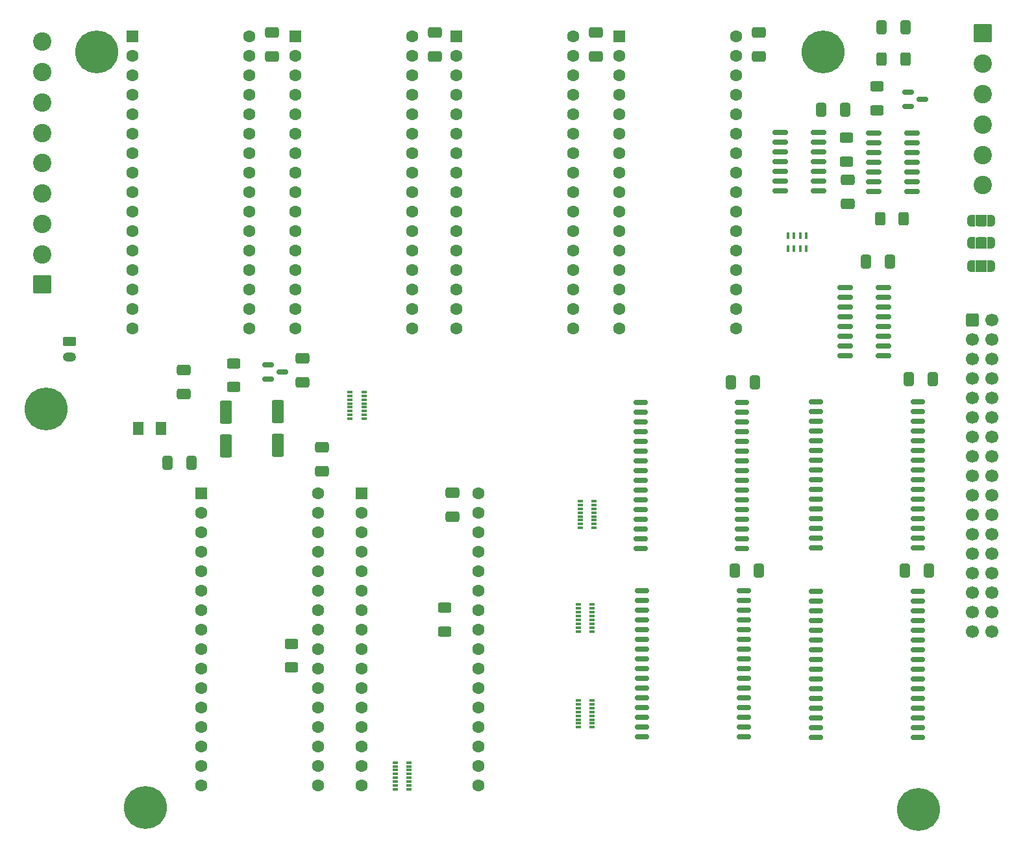
<source format=gbr>
%TF.GenerationSoftware,KiCad,Pcbnew,9.0.2*%
%TF.CreationDate,2026-02-08T20:36:04+01:00*%
%TF.ProjectId,turbokit_replica,74757262-6f6b-4697-945f-7265706c6963,0.1*%
%TF.SameCoordinates,Original*%
%TF.FileFunction,Soldermask,Top*%
%TF.FilePolarity,Negative*%
%FSLAX46Y46*%
G04 Gerber Fmt 4.6, Leading zero omitted, Abs format (unit mm)*
G04 Created by KiCad (PCBNEW 9.0.2) date 2026-02-08 20:36:04*
%MOMM*%
%LPD*%
G01*
G04 APERTURE LIST*
G04 Aperture macros list*
%AMRoundRect*
0 Rectangle with rounded corners*
0 $1 Rounding radius*
0 $2 $3 $4 $5 $6 $7 $8 $9 X,Y pos of 4 corners*
0 Add a 4 corners polygon primitive as box body*
4,1,4,$2,$3,$4,$5,$6,$7,$8,$9,$2,$3,0*
0 Add four circle primitives for the rounded corners*
1,1,$1+$1,$2,$3*
1,1,$1+$1,$4,$5*
1,1,$1+$1,$6,$7*
1,1,$1+$1,$8,$9*
0 Add four rect primitives between the rounded corners*
20,1,$1+$1,$2,$3,$4,$5,0*
20,1,$1+$1,$4,$5,$6,$7,0*
20,1,$1+$1,$6,$7,$8,$9,0*
20,1,$1+$1,$8,$9,$2,$3,0*%
%AMFreePoly0*
4,1,23,0.550000,-0.750000,0.000000,-0.750000,0.000000,-0.745722,-0.065263,-0.745722,-0.191342,-0.711940,-0.304381,-0.646677,-0.396677,-0.554381,-0.461940,-0.441342,-0.495722,-0.315263,-0.495722,-0.250000,-0.500000,-0.250000,-0.500000,0.250000,-0.495722,0.250000,-0.495722,0.315263,-0.461940,0.441342,-0.396677,0.554381,-0.304381,0.646677,-0.191342,0.711940,-0.065263,0.745722,0.000000,0.745722,
0.000000,0.750000,0.550000,0.750000,0.550000,-0.750000,0.550000,-0.750000,$1*%
%AMFreePoly1*
4,1,23,0.000000,0.745722,0.065263,0.745722,0.191342,0.711940,0.304381,0.646677,0.396677,0.554381,0.461940,0.441342,0.495722,0.315263,0.495722,0.250000,0.500000,0.250000,0.500000,-0.250000,0.495722,-0.250000,0.495722,-0.315263,0.461940,-0.441342,0.396677,-0.554381,0.304381,-0.646677,0.191342,-0.711940,0.065263,-0.745722,0.000000,-0.745722,0.000000,-0.750000,-0.550000,-0.750000,
-0.550000,0.750000,0.000000,0.750000,0.000000,0.745722,0.000000,0.745722,$1*%
G04 Aperture macros list end*
%ADD10RoundRect,0.250000X-0.550000X-0.550000X0.550000X-0.550000X0.550000X0.550000X-0.550000X0.550000X0*%
%ADD11C,1.600000*%
%ADD12RoundRect,0.150000X-0.775000X-0.150000X0.775000X-0.150000X0.775000X0.150000X-0.775000X0.150000X0*%
%ADD13RoundRect,0.250000X-0.550000X1.250000X-0.550000X-1.250000X0.550000X-1.250000X0.550000X1.250000X0*%
%ADD14RoundRect,0.150000X-0.587500X-0.150000X0.587500X-0.150000X0.587500X0.150000X-0.587500X0.150000X0*%
%ADD15RoundRect,0.250000X0.412500X0.650000X-0.412500X0.650000X-0.412500X-0.650000X0.412500X-0.650000X0*%
%ADD16RoundRect,0.250001X-0.949999X0.949999X-0.949999X-0.949999X0.949999X-0.949999X0.949999X0.949999X0*%
%ADD17C,2.400000*%
%ADD18R,0.800000X0.300000*%
%ADD19RoundRect,0.250001X0.949999X-0.949999X0.949999X0.949999X-0.949999X0.949999X-0.949999X-0.949999X0*%
%ADD20RoundRect,0.250000X-0.625000X0.400000X-0.625000X-0.400000X0.625000X-0.400000X0.625000X0.400000X0*%
%ADD21RoundRect,0.250000X0.625000X-0.400000X0.625000X0.400000X-0.625000X0.400000X-0.625000X-0.400000X0*%
%ADD22RoundRect,0.250000X-0.412500X-0.650000X0.412500X-0.650000X0.412500X0.650000X-0.412500X0.650000X0*%
%ADD23RoundRect,0.250000X-0.650000X0.412500X-0.650000X-0.412500X0.650000X-0.412500X0.650000X0.412500X0*%
%ADD24C,5.600000*%
%ADD25RoundRect,0.150000X-0.825000X-0.150000X0.825000X-0.150000X0.825000X0.150000X-0.825000X0.150000X0*%
%ADD26RoundRect,0.250000X0.650000X-0.412500X0.650000X0.412500X-0.650000X0.412500X-0.650000X-0.412500X0*%
%ADD27RoundRect,0.250001X-0.462499X-0.624999X0.462499X-0.624999X0.462499X0.624999X-0.462499X0.624999X0*%
%ADD28RoundRect,0.250000X-0.400000X-0.625000X0.400000X-0.625000X0.400000X0.625000X-0.400000X0.625000X0*%
%ADD29FreePoly0,0.000000*%
%ADD30R,1.000000X1.500000*%
%ADD31FreePoly1,0.000000*%
%ADD32RoundRect,0.250000X-0.625000X0.350000X-0.625000X-0.350000X0.625000X-0.350000X0.625000X0.350000X0*%
%ADD33O,1.750000X1.200000*%
%ADD34R,0.400000X0.900000*%
%ADD35RoundRect,0.250000X-0.600000X-0.600000X0.600000X-0.600000X0.600000X0.600000X-0.600000X0.600000X0*%
%ADD36C,1.700000*%
G04 APERTURE END LIST*
%TO.C,JP4*%
G36*
X197250000Y-73600000D02*
G01*
X198750000Y-73600000D01*
X198750000Y-75100000D01*
X197250000Y-75100000D01*
X197250000Y-73600000D01*
G37*
%TO.C,JP5*%
G36*
X197250000Y-70600000D02*
G01*
X198750000Y-70600000D01*
X198750000Y-72100000D01*
X197250000Y-72100000D01*
X197250000Y-70600000D01*
G37*
%TO.C,JP6*%
G36*
X197250000Y-67650000D02*
G01*
X198750000Y-67650000D01*
X198750000Y-69150000D01*
X197250000Y-69150000D01*
X197250000Y-67650000D01*
G37*
%TD*%
D10*
%TO.C,U5*%
X150760000Y-44420000D03*
D11*
X150760000Y-46960000D03*
X150760000Y-49500000D03*
X150760000Y-52040000D03*
X150760000Y-54580000D03*
X150760000Y-57120000D03*
X150760000Y-59660000D03*
X150760000Y-62200000D03*
X150760000Y-64740000D03*
X150760000Y-67280000D03*
X150760000Y-69820000D03*
X150760000Y-72360000D03*
X150760000Y-74900000D03*
X150760000Y-77440000D03*
X150760000Y-79980000D03*
X150760000Y-82520000D03*
X166000000Y-82520000D03*
X166000000Y-79980000D03*
X166000000Y-77440000D03*
X166000000Y-74900000D03*
X166000000Y-72360000D03*
X166000000Y-69820000D03*
X166000000Y-67280000D03*
X166000000Y-64740000D03*
X166000000Y-62200000D03*
X166000000Y-59660000D03*
X166000000Y-57120000D03*
X166000000Y-54580000D03*
X166000000Y-52040000D03*
X166000000Y-49500000D03*
X166000000Y-46960000D03*
X166000000Y-44420000D03*
%TD*%
D12*
%TO.C,U8*%
X153800000Y-116720000D03*
X153800000Y-117990000D03*
X153800000Y-119260000D03*
X153800000Y-120530000D03*
X153800000Y-121800000D03*
X153800000Y-123070000D03*
X153800000Y-124340000D03*
X153800000Y-125610000D03*
X153800000Y-126880000D03*
X153800000Y-128150000D03*
X153800000Y-129420000D03*
X153800000Y-130690000D03*
X153800000Y-131960000D03*
X153800000Y-133230000D03*
X153800000Y-134500000D03*
X153800000Y-135770000D03*
X167050000Y-135770000D03*
X167050000Y-134500000D03*
X167050000Y-133230000D03*
X167050000Y-131960000D03*
X167050000Y-130690000D03*
X167050000Y-129420000D03*
X167050000Y-128150000D03*
X167050000Y-126880000D03*
X167050000Y-125610000D03*
X167050000Y-124340000D03*
X167050000Y-123070000D03*
X167050000Y-121800000D03*
X167050000Y-120530000D03*
X167050000Y-119260000D03*
X167050000Y-117990000D03*
X167050000Y-116720000D03*
%TD*%
D13*
%TO.C,C19*%
X99500000Y-93420000D03*
X99500000Y-97820000D03*
%TD*%
D14*
%TO.C,Q2*%
X105000000Y-87220000D03*
X105000000Y-89120000D03*
X106875000Y-88170000D03*
%TD*%
D10*
%TO.C,J1*%
X96260000Y-103985000D03*
D11*
X96260000Y-106525000D03*
X96260000Y-109065000D03*
X96260000Y-111605000D03*
X96260000Y-114145000D03*
X96260000Y-116685000D03*
X96260000Y-119225000D03*
X96260000Y-121765000D03*
X96260000Y-124305000D03*
X96260000Y-126845000D03*
X96260000Y-129385000D03*
X96260000Y-131925000D03*
X96260000Y-134465000D03*
X96260000Y-137005000D03*
X96260000Y-139545000D03*
X96260000Y-142085000D03*
X111500000Y-142085000D03*
X111500000Y-139545000D03*
X111500000Y-137005000D03*
X111500000Y-134465000D03*
X111500000Y-131925000D03*
X111500000Y-129385000D03*
X111500000Y-126845000D03*
X111500000Y-124305000D03*
X111500000Y-121765000D03*
X111500000Y-119225000D03*
X111500000Y-116685000D03*
X111500000Y-114145000D03*
X111500000Y-111605000D03*
X111500000Y-109065000D03*
X111500000Y-106525000D03*
X111500000Y-103985000D03*
%TD*%
D15*
%TO.C,C8*%
X188125000Y-43200000D03*
X185000000Y-43200000D03*
%TD*%
D12*
%TO.C,U7*%
X176462500Y-116750000D03*
X176462500Y-118020000D03*
X176462500Y-119290000D03*
X176462500Y-120560000D03*
X176462500Y-121830000D03*
X176462500Y-123100000D03*
X176462500Y-124370000D03*
X176462500Y-125640000D03*
X176462500Y-126910000D03*
X176462500Y-128180000D03*
X176462500Y-129450000D03*
X176462500Y-130720000D03*
X176462500Y-131990000D03*
X176462500Y-133260000D03*
X176462500Y-134530000D03*
X176462500Y-135800000D03*
X189712500Y-135800000D03*
X189712500Y-134530000D03*
X189712500Y-133260000D03*
X189712500Y-131990000D03*
X189712500Y-130720000D03*
X189712500Y-129450000D03*
X189712500Y-128180000D03*
X189712500Y-126910000D03*
X189712500Y-125640000D03*
X189712500Y-124370000D03*
X189712500Y-123100000D03*
X189712500Y-121830000D03*
X189712500Y-120560000D03*
X189712500Y-119290000D03*
X189712500Y-118020000D03*
X189712500Y-116750000D03*
%TD*%
D10*
%TO.C,U3*%
X108520000Y-44420000D03*
D11*
X108520000Y-46960000D03*
X108520000Y-49500000D03*
X108520000Y-52040000D03*
X108520000Y-54580000D03*
X108520000Y-57120000D03*
X108520000Y-59660000D03*
X108520000Y-62200000D03*
X108520000Y-64740000D03*
X108520000Y-67280000D03*
X108520000Y-69820000D03*
X108520000Y-72360000D03*
X108520000Y-74900000D03*
X108520000Y-77440000D03*
X108520000Y-79980000D03*
X108520000Y-82520000D03*
X123760000Y-82520000D03*
X123760000Y-79980000D03*
X123760000Y-77440000D03*
X123760000Y-74900000D03*
X123760000Y-72360000D03*
X123760000Y-69820000D03*
X123760000Y-67280000D03*
X123760000Y-64740000D03*
X123760000Y-62200000D03*
X123760000Y-59660000D03*
X123760000Y-57120000D03*
X123760000Y-54580000D03*
X123760000Y-52040000D03*
X123760000Y-49500000D03*
X123760000Y-46960000D03*
X123760000Y-44420000D03*
%TD*%
D16*
%TO.C,J4*%
X198200000Y-44000000D03*
D17*
X198200000Y-47960000D03*
X198200000Y-51920000D03*
X198200000Y-55880000D03*
X198200000Y-59840000D03*
X198200000Y-63800000D03*
%TD*%
D15*
%TO.C,C12*%
X168462500Y-89550000D03*
X165337500Y-89550000D03*
%TD*%
D18*
%TO.C,RN4*%
X145450000Y-118500000D03*
X145450000Y-119000000D03*
X145450000Y-119500000D03*
X145450000Y-120000000D03*
X145450000Y-120500000D03*
X145450000Y-121000000D03*
X145450000Y-121500000D03*
X145450000Y-122000000D03*
X147250000Y-122000000D03*
X147250000Y-121500000D03*
X147250000Y-121000000D03*
X147250000Y-120500000D03*
X147250000Y-120000000D03*
X147250000Y-119500000D03*
X147250000Y-119000000D03*
X147250000Y-118500000D03*
%TD*%
D19*
%TO.C,J3*%
X75500000Y-76770000D03*
D17*
X75500000Y-72810000D03*
X75500000Y-68850000D03*
X75500000Y-64890000D03*
X75500000Y-60930000D03*
X75500000Y-56970000D03*
X75500000Y-53010000D03*
X75500000Y-49050000D03*
X75500000Y-45090000D03*
%TD*%
D20*
%TO.C,R6*%
X180400000Y-57600000D03*
X180400000Y-60700000D03*
%TD*%
D10*
%TO.C,U4*%
X129520000Y-44420000D03*
D11*
X129520000Y-46960000D03*
X129520000Y-49500000D03*
X129520000Y-52040000D03*
X129520000Y-54580000D03*
X129520000Y-57120000D03*
X129520000Y-59660000D03*
X129520000Y-62200000D03*
X129520000Y-64740000D03*
X129520000Y-67280000D03*
X129520000Y-69820000D03*
X129520000Y-72360000D03*
X129520000Y-74900000D03*
X129520000Y-77440000D03*
X129520000Y-79980000D03*
X129520000Y-82520000D03*
X144760000Y-82520000D03*
X144760000Y-79980000D03*
X144760000Y-77440000D03*
X144760000Y-74900000D03*
X144760000Y-72360000D03*
X144760000Y-69820000D03*
X144760000Y-67280000D03*
X144760000Y-64740000D03*
X144760000Y-62200000D03*
X144760000Y-59660000D03*
X144760000Y-57120000D03*
X144760000Y-54580000D03*
X144760000Y-52040000D03*
X144760000Y-49500000D03*
X144760000Y-46960000D03*
X144760000Y-44420000D03*
%TD*%
D21*
%TO.C,R4*%
X184400000Y-54000000D03*
X184400000Y-50900000D03*
%TD*%
D22*
%TO.C,C13*%
X165837500Y-114050000D03*
X168962500Y-114050000D03*
%TD*%
D23*
%TO.C,C5*%
X126750000Y-43875000D03*
X126750000Y-47000000D03*
%TD*%
D24*
%TO.C,H3*%
X189800000Y-145200000D03*
%TD*%
D23*
%TO.C,C2*%
X129000000Y-103895000D03*
X129000000Y-107020000D03*
%TD*%
D25*
%TO.C,U6*%
X171800000Y-56940000D03*
X171800000Y-58210000D03*
X171800000Y-59480000D03*
X171800000Y-60750000D03*
X171800000Y-62020000D03*
X171800000Y-63290000D03*
X171800000Y-64560000D03*
X176750000Y-64560000D03*
X176750000Y-63290000D03*
X176750000Y-62020000D03*
X176750000Y-60750000D03*
X176750000Y-59480000D03*
X176750000Y-58210000D03*
X176750000Y-56940000D03*
%TD*%
D13*
%TO.C,C10*%
X106250000Y-93350000D03*
X106250000Y-97750000D03*
%TD*%
D23*
%TO.C,C16*%
X94000000Y-87895000D03*
X94000000Y-91020000D03*
%TD*%
%TO.C,C3*%
X180600000Y-63075000D03*
X180600000Y-66200000D03*
%TD*%
D26*
%TO.C,C1*%
X112000000Y-101145000D03*
X112000000Y-98020000D03*
%TD*%
D24*
%TO.C,H2*%
X177400000Y-46400000D03*
%TD*%
D18*
%TO.C,RN3*%
X145450000Y-131000000D03*
X145450000Y-131500000D03*
X145450000Y-132000000D03*
X145450000Y-132500000D03*
X145450000Y-133000000D03*
X145450000Y-133500000D03*
X145450000Y-134000000D03*
X145450000Y-134500000D03*
X147250000Y-134500000D03*
X147250000Y-134000000D03*
X147250000Y-133500000D03*
X147250000Y-133000000D03*
X147250000Y-132500000D03*
X147250000Y-132000000D03*
X147250000Y-131500000D03*
X147250000Y-131000000D03*
%TD*%
%TO.C,RN5*%
X123400000Y-142600000D03*
X123400000Y-142100000D03*
X123400000Y-141600000D03*
X123400000Y-141100000D03*
X123400000Y-140600000D03*
X123400000Y-140100000D03*
X123400000Y-139600000D03*
X123400000Y-139100000D03*
X121600000Y-139100000D03*
X121600000Y-139600000D03*
X121600000Y-140100000D03*
X121600000Y-140600000D03*
X121600000Y-141100000D03*
X121600000Y-141600000D03*
X121600000Y-142100000D03*
X121600000Y-142600000D03*
%TD*%
%TO.C,RN2*%
X145700000Y-105000000D03*
X145700000Y-105500000D03*
X145700000Y-106000000D03*
X145700000Y-106500000D03*
X145700000Y-107000000D03*
X145700000Y-107500000D03*
X145700000Y-108000000D03*
X145700000Y-108500000D03*
X147500000Y-108500000D03*
X147500000Y-108000000D03*
X147500000Y-107500000D03*
X147500000Y-107000000D03*
X147500000Y-106500000D03*
X147500000Y-106000000D03*
X147500000Y-105500000D03*
X147500000Y-105000000D03*
%TD*%
%TO.C,RN1*%
X115700000Y-90770000D03*
X115700000Y-91270000D03*
X115700000Y-91770000D03*
X115700000Y-92270000D03*
X115700000Y-92770000D03*
X115700000Y-93270000D03*
X115700000Y-93770000D03*
X115700000Y-94270000D03*
X117500000Y-94270000D03*
X117500000Y-93770000D03*
X117500000Y-93270000D03*
X117500000Y-92770000D03*
X117500000Y-92270000D03*
X117500000Y-91770000D03*
X117500000Y-91270000D03*
X117500000Y-90770000D03*
%TD*%
D12*
%TO.C,U10*%
X153550000Y-92160000D03*
X153550000Y-93430000D03*
X153550000Y-94700000D03*
X153550000Y-95970000D03*
X153550000Y-97240000D03*
X153550000Y-98510000D03*
X153550000Y-99780000D03*
X153550000Y-101050000D03*
X153550000Y-102320000D03*
X153550000Y-103590000D03*
X153550000Y-104860000D03*
X153550000Y-106130000D03*
X153550000Y-107400000D03*
X153550000Y-108670000D03*
X153550000Y-109940000D03*
X153550000Y-111210000D03*
X166800000Y-111210000D03*
X166800000Y-109940000D03*
X166800000Y-108670000D03*
X166800000Y-107400000D03*
X166800000Y-106130000D03*
X166800000Y-104860000D03*
X166800000Y-103590000D03*
X166800000Y-102320000D03*
X166800000Y-101050000D03*
X166800000Y-99780000D03*
X166800000Y-98510000D03*
X166800000Y-97240000D03*
X166800000Y-95970000D03*
X166800000Y-94700000D03*
X166800000Y-93430000D03*
X166800000Y-92160000D03*
%TD*%
%TO.C,U9*%
X176462500Y-92050000D03*
X176462500Y-93320000D03*
X176462500Y-94590000D03*
X176462500Y-95860000D03*
X176462500Y-97130000D03*
X176462500Y-98400000D03*
X176462500Y-99670000D03*
X176462500Y-100940000D03*
X176462500Y-102210000D03*
X176462500Y-103480000D03*
X176462500Y-104750000D03*
X176462500Y-106020000D03*
X176462500Y-107290000D03*
X176462500Y-108560000D03*
X176462500Y-109830000D03*
X176462500Y-111100000D03*
X189712500Y-111100000D03*
X189712500Y-109830000D03*
X189712500Y-108560000D03*
X189712500Y-107290000D03*
X189712500Y-106020000D03*
X189712500Y-104750000D03*
X189712500Y-103480000D03*
X189712500Y-102210000D03*
X189712500Y-100940000D03*
X189712500Y-99670000D03*
X189712500Y-98400000D03*
X189712500Y-97130000D03*
X189712500Y-95860000D03*
X189712500Y-94590000D03*
X189712500Y-93320000D03*
X189712500Y-92050000D03*
%TD*%
D27*
%TO.C,F1*%
X88025000Y-95520000D03*
X91000000Y-95520000D03*
%TD*%
D22*
%TO.C,C17*%
X177125000Y-53940000D03*
X180250000Y-53940000D03*
%TD*%
D28*
%TO.C,R3*%
X185025000Y-47390000D03*
X188125000Y-47390000D03*
%TD*%
D15*
%TO.C,C11*%
X186125000Y-73750000D03*
X183000000Y-73750000D03*
%TD*%
D21*
%TO.C,R7*%
X100500000Y-90120000D03*
X100500000Y-87020000D03*
%TD*%
D24*
%TO.C,H5*%
X76000000Y-93000000D03*
%TD*%
D15*
%TO.C,C14*%
X191712500Y-89050000D03*
X188587500Y-89050000D03*
%TD*%
D29*
%TO.C,JP4*%
X196700000Y-74350000D03*
D30*
X198000000Y-74350000D03*
D31*
X199300000Y-74350000D03*
%TD*%
D15*
%TO.C,C15*%
X191212500Y-114050000D03*
X188087500Y-114050000D03*
%TD*%
D29*
%TO.C,JP5*%
X196700000Y-71350000D03*
D30*
X198000000Y-71350000D03*
D31*
X199300000Y-71350000D03*
%TD*%
D24*
%TO.C,H1*%
X82600000Y-46400000D03*
%TD*%
D14*
%TO.C,Q1*%
X188462500Y-51650000D03*
X188462500Y-53550000D03*
X190337500Y-52600000D03*
%TD*%
D10*
%TO.C,U2*%
X87260000Y-44420000D03*
D11*
X87260000Y-46960000D03*
X87260000Y-49500000D03*
X87260000Y-52040000D03*
X87260000Y-54580000D03*
X87260000Y-57120000D03*
X87260000Y-59660000D03*
X87260000Y-62200000D03*
X87260000Y-64740000D03*
X87260000Y-67280000D03*
X87260000Y-69820000D03*
X87260000Y-72360000D03*
X87260000Y-74900000D03*
X87260000Y-77440000D03*
X87260000Y-79980000D03*
X87260000Y-82520000D03*
X102500000Y-82520000D03*
X102500000Y-79980000D03*
X102500000Y-77440000D03*
X102500000Y-74900000D03*
X102500000Y-72360000D03*
X102500000Y-69820000D03*
X102500000Y-67280000D03*
X102500000Y-64740000D03*
X102500000Y-62200000D03*
X102500000Y-59660000D03*
X102500000Y-57120000D03*
X102500000Y-54580000D03*
X102500000Y-52040000D03*
X102500000Y-49500000D03*
X102500000Y-46960000D03*
X102500000Y-44420000D03*
%TD*%
D10*
%TO.C,J2*%
X117200000Y-104005000D03*
D11*
X117200000Y-106545000D03*
X117200000Y-109085000D03*
X117200000Y-111625000D03*
X117200000Y-114165000D03*
X117200000Y-116705000D03*
X117200000Y-119245000D03*
X117200000Y-121785000D03*
X117200000Y-124325000D03*
X117200000Y-126865000D03*
X117200000Y-129405000D03*
X117200000Y-131945000D03*
X117200000Y-134485000D03*
X117200000Y-137025000D03*
X117200000Y-139565000D03*
X117200000Y-142105000D03*
X132440000Y-142105000D03*
X132440000Y-139565000D03*
X132440000Y-137025000D03*
X132440000Y-134485000D03*
X132440000Y-131945000D03*
X132440000Y-129405000D03*
X132440000Y-126865000D03*
X132440000Y-124325000D03*
X132440000Y-121785000D03*
X132440000Y-119245000D03*
X132440000Y-116705000D03*
X132440000Y-114165000D03*
X132440000Y-111625000D03*
X132440000Y-109085000D03*
X132440000Y-106545000D03*
X132440000Y-104005000D03*
%TD*%
D26*
%TO.C,C18*%
X109500000Y-89520000D03*
X109500000Y-86395000D03*
%TD*%
D23*
%TO.C,C4*%
X105500000Y-43875000D03*
X105500000Y-47000000D03*
%TD*%
D32*
%TO.C,J5*%
X79050000Y-84200000D03*
D33*
X79050000Y-86200000D03*
%TD*%
D24*
%TO.C,H4*%
X89000000Y-145000000D03*
%TD*%
D22*
%TO.C,C9*%
X91875000Y-100020000D03*
X95000000Y-100020000D03*
%TD*%
D21*
%TO.C,R2*%
X128000000Y-122020000D03*
X128000000Y-118920000D03*
%TD*%
D34*
%TO.C,RN6*%
X172800000Y-72100000D03*
X173600000Y-72100000D03*
X174400000Y-72100000D03*
X175200000Y-72100000D03*
X175200000Y-70400000D03*
X174400000Y-70400000D03*
X173600000Y-70400000D03*
X172800000Y-70400000D03*
%TD*%
D28*
%TO.C,R5*%
X184800000Y-68200000D03*
X187900000Y-68200000D03*
%TD*%
D25*
%TO.C,U11*%
X180300000Y-77170000D03*
X180300000Y-78440000D03*
X180300000Y-79710000D03*
X180300000Y-80980000D03*
X180300000Y-82250000D03*
X180300000Y-83520000D03*
X180300000Y-84790000D03*
X180300000Y-86060000D03*
X185250000Y-86060000D03*
X185250000Y-84790000D03*
X185250000Y-83520000D03*
X185250000Y-82250000D03*
X185250000Y-80980000D03*
X185250000Y-79710000D03*
X185250000Y-78440000D03*
X185250000Y-77170000D03*
%TD*%
D20*
%TO.C,R1*%
X108000000Y-123620000D03*
X108000000Y-126720000D03*
%TD*%
D23*
%TO.C,C7*%
X169000000Y-43875000D03*
X169000000Y-47000000D03*
%TD*%
%TO.C,C6*%
X147750000Y-43875000D03*
X147750000Y-47000000D03*
%TD*%
D25*
%TO.C,U1*%
X184000000Y-56980000D03*
X184000000Y-58250000D03*
X184000000Y-59520000D03*
X184000000Y-60790000D03*
X184000000Y-62060000D03*
X184000000Y-63330000D03*
X184000000Y-64600000D03*
X188950000Y-64600000D03*
X188950000Y-63330000D03*
X188950000Y-62060000D03*
X188950000Y-60790000D03*
X188950000Y-59520000D03*
X188950000Y-58250000D03*
X188950000Y-56980000D03*
%TD*%
D35*
%TO.C,J6*%
X196872500Y-81350000D03*
D36*
X199412500Y-81350000D03*
X196872500Y-83890000D03*
X199412500Y-83890000D03*
X196872500Y-86430000D03*
X199412500Y-86430000D03*
X196872500Y-88970000D03*
X199412500Y-88970000D03*
X196872500Y-91510000D03*
X199412500Y-91510000D03*
X196872500Y-94050000D03*
X199412500Y-94050000D03*
X196872500Y-96590000D03*
X199412500Y-96590000D03*
X196872500Y-99130000D03*
X199412500Y-99130000D03*
X196872500Y-101670000D03*
X199412500Y-101670000D03*
X196872500Y-104210000D03*
X199412500Y-104210000D03*
X196872500Y-106750000D03*
X199412500Y-106750000D03*
X196872500Y-109290000D03*
X199412500Y-109290000D03*
X196872500Y-111830000D03*
X199412500Y-111830000D03*
X196872500Y-114370000D03*
X199412500Y-114370000D03*
X196872500Y-116910000D03*
X199412500Y-116910000D03*
X196872500Y-119450000D03*
X199412500Y-119450000D03*
X196872500Y-121990000D03*
X199412500Y-121990000D03*
%TD*%
D29*
%TO.C,JP6*%
X196700000Y-68400000D03*
D30*
X198000000Y-68400000D03*
D31*
X199300000Y-68400000D03*
%TD*%
M02*

</source>
